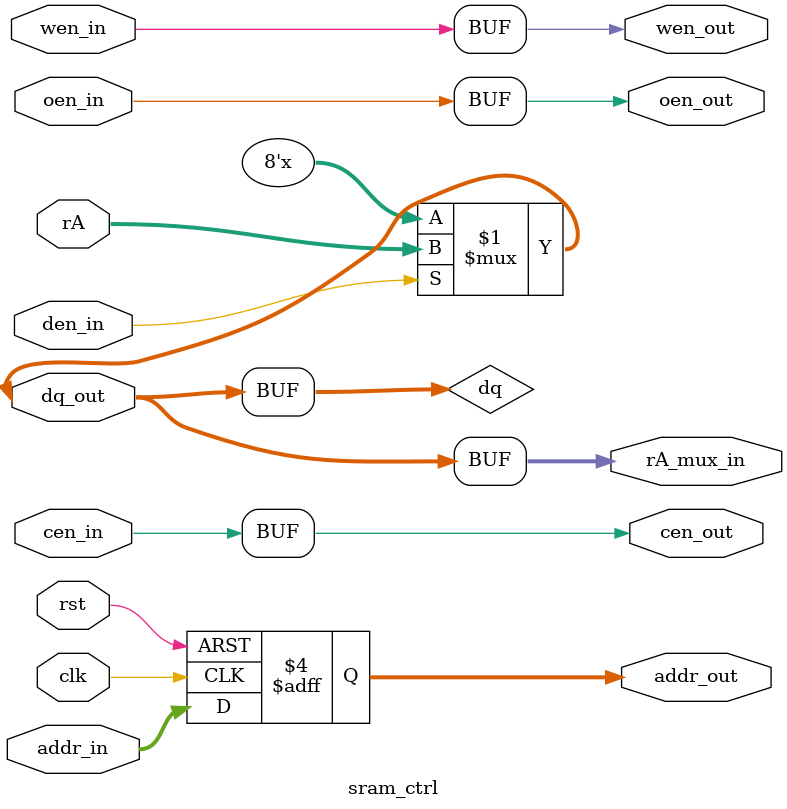
<source format=v>

module sram_ctrl(
		 clk,
		 rst,
		 dq_out,       // sram control to sram signals
		 addr_out,
		 cen_out,
		 wen_out,
		 oen_out,
		 cen_in,
		 wen_in,
		 oen_in,
		 den_in,       // tristate buffer control
		 addr_in,      // input address from addr mux
		 rA,
		 rA_mux_in
		 );



   //--------------------------------------------------------------------
   // Input
   //--------------------------------------------------------------------
   input wire clk;
   input wire rst;
   input wire [7:0] rA;
   input wire [7:0] addr_in;
   input wire 	    den_in;
   input wire 	    cen_in;
   input wire 	    oen_in;
   input wire 	    wen_in;

   //--------------------------------------------------------------------
   // Output
   //--------------------------------------------------------------------
   output wire 	     cen_out;
   output wire 	     oen_out;
   output wire 	     wen_out;
   output reg [7:0]  addr_out;
   output wire [7:0] rA_mux_in;
   inout wire [7:0]  dq_out ;

   wire [7:0] 	     dq = den_in ? rA : 8'hZZ;
   
   assign dq_out = dq;
   assign cen_out = cen_in;
   assign oen_out = oen_in;
   assign wen_out = wen_in;
   assign rA_mux_in = dq_out;

   //--------------------------------------------------------------------
   // Address Register
   //--------------------------------------------------------------------
   always@ (posedge clk or negedge rst)
     begin
	if (rst == 1'b0)
	  begin
	     addr_out <= 1'b0;
	  end
	else
	  begin
	     addr_out <= addr_in;
	  end
     end

endmodule // sram_ctrl

</source>
